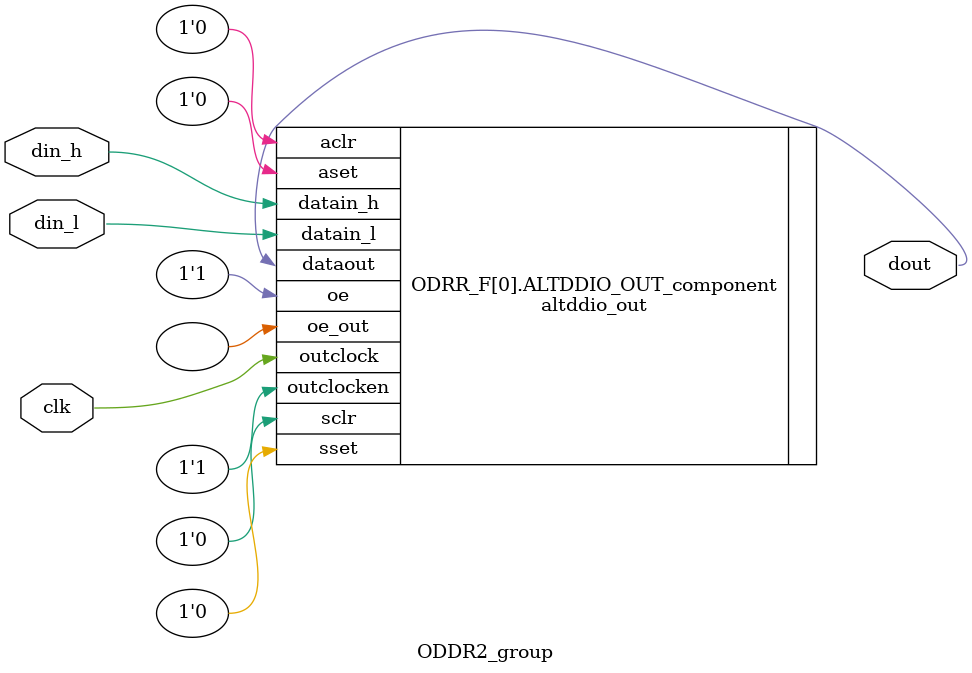
<source format=v>
module ODDR2_group
#(
	parameter DATA_BITS = 1
)
(
	input clk,
	input[DATA_BITS-1:0] din_h,
	input[DATA_BITS-1:0] din_l,
	output[DATA_BITS-1:0] dout
);
 
genvar i;
generate
for (i = 0; i < DATA_BITS; i = i + 1) begin:ODRR_F
`ifdef Xilinx
	ODDR2 #(
			.DDR_ALIGNMENT("C0"), // Sets output alignment to "NONE", "C0" or "C1" 
			.INIT(1'b0),    // Sets initial state of the Q output to 1'b0 or 1'b1
			.SRTYPE("ASYNC") // Specifies "SYNC" or "ASYNC" set/reset
			) U_ODDR2
		(
			  .Q(dout[i]),   // 1-bit DDR output data
			  .C0(clk),   // 1-bit clock input
			  .C1(~clk),   // 1-bit clock input
			  .CE(1'b1), // 1-bit clock enable input
			  .D0(din_h[i]), // 1-bit data input (associated with C0)
			  .D1(din_l[i]), // 1-bit data input (associated with C1)
			  .R(1'b0),   // 1-bit reset input
			  .S(1'b0)    // 1-bit set input
		);
`else
	altddio_out	ALTDDIO_OUT_component (
				.datain_h (din_h[i]),
				.datain_l (din_l[i]),
				.outclock (clk),
				.dataout (dout[i]),
				.aclr (1'b0),
				.aset (1'b0),
				.oe (1'b1),
				.oe_out (),
				.outclocken (1'b1),
				.sclr (1'b0),
				.sset (1'b0));
	defparam
		ALTDDIO_OUT_component.extend_oe_disable = "OFF",
		ALTDDIO_OUT_component.intended_device_family = "Cyclone III",
		ALTDDIO_OUT_component.invert_output = "OFF",
		ALTDDIO_OUT_component.lpm_hint = "UNUSED",
		ALTDDIO_OUT_component.lpm_type = "altddio_out",
		ALTDDIO_OUT_component.oe_reg = "UNREGISTERED",
		ALTDDIO_OUT_component.power_up_high = "OFF",
		ALTDDIO_OUT_component.width = 1;
`endif
end
endgenerate
endmodule 
</source>
